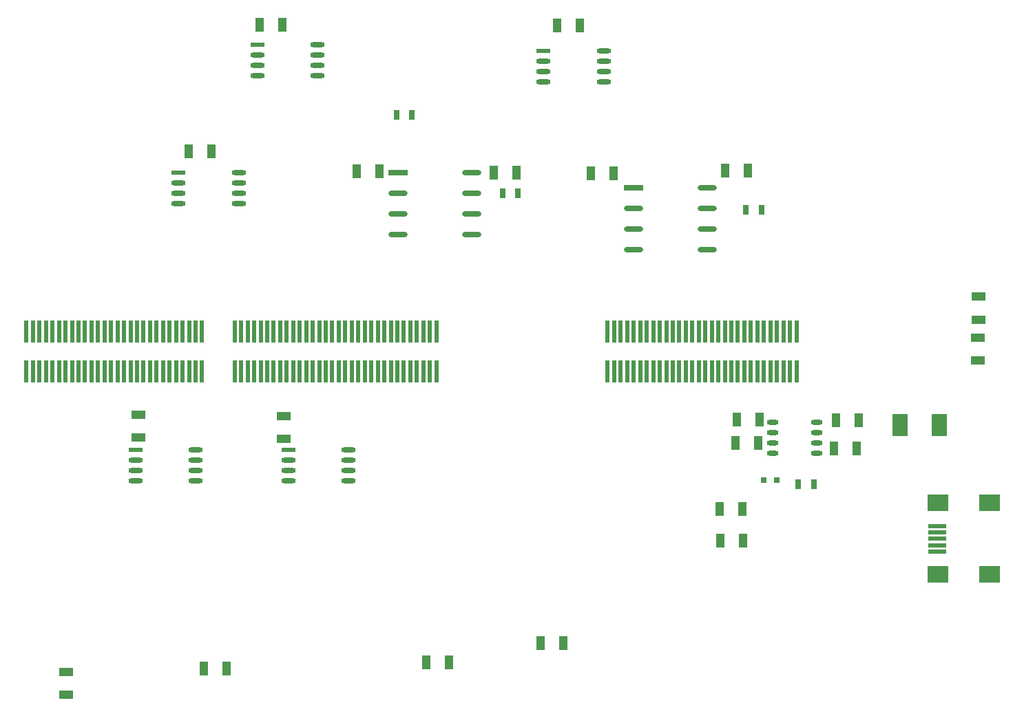
<source format=gtp>
G04*
G04 #@! TF.GenerationSoftware,Altium Limited,Altium Designer,20.1.8 (145)*
G04*
G04 Layer_Color=8421504*
%FSLAX25Y25*%
%MOIN*%
G70*
G04*
G04 #@! TF.SameCoordinates,44B5AA11-E380-4430-9A95-22E2941CD606*
G04*
G04*
G04 #@! TF.FilePolarity,Positive*
G04*
G01*
G75*
%ADD20R,0.07480X0.10984*%
%ADD21R,0.04016X0.07165*%
%ADD22R,0.07165X0.04016*%
%ADD23O,0.07087X0.02362*%
%ADD24R,0.07087X0.02362*%
%ADD25O,0.09252X0.02559*%
%ADD26R,0.09252X0.02559*%
%ADD27R,0.02756X0.05118*%
%ADD28R,0.03150X0.03150*%
%ADD29R,0.09843X0.07874*%
%ADD30R,0.09055X0.01968*%
%ADD31O,0.05709X0.02362*%
%ADD32R,0.01968X0.10724*%
%ADD33R,0.01969X0.10724*%
D20*
X546951Y192500D02*
D03*
X566049D02*
D03*
D21*
X317717Y77559D02*
D03*
X328740D02*
D03*
X221260Y74410D02*
D03*
X210236D02*
D03*
X248031Y386614D02*
D03*
X237008D02*
D03*
X361512Y315000D02*
D03*
X350488D02*
D03*
X284000Y315500D02*
D03*
X295024D02*
D03*
X471260Y136614D02*
D03*
X460236D02*
D03*
X526965Y194811D02*
D03*
X515941D02*
D03*
X525965Y181311D02*
D03*
X514941D02*
D03*
X467441Y183811D02*
D03*
X478465D02*
D03*
X381102Y386221D02*
D03*
X392126D02*
D03*
X462488Y316000D02*
D03*
X473512D02*
D03*
X478965Y195311D02*
D03*
X467941D02*
D03*
X408524Y314500D02*
D03*
X397500D02*
D03*
X459842Y151969D02*
D03*
X470866D02*
D03*
X202756Y325197D02*
D03*
X213779D02*
D03*
X373228Y87008D02*
D03*
X384252D02*
D03*
D22*
X143307Y61811D02*
D03*
Y72835D02*
D03*
X178347Y197638D02*
D03*
Y186614D02*
D03*
X584646Y224016D02*
D03*
Y235039D02*
D03*
X585039Y254724D02*
D03*
Y243701D02*
D03*
X248819Y185827D02*
D03*
Y196850D02*
D03*
D23*
X403634Y359000D02*
D03*
Y364000D02*
D03*
Y369000D02*
D03*
Y374000D02*
D03*
X374500Y359000D02*
D03*
Y364000D02*
D03*
Y369000D02*
D03*
X206134Y165500D02*
D03*
Y170500D02*
D03*
Y175500D02*
D03*
Y180500D02*
D03*
X177000Y165500D02*
D03*
Y170500D02*
D03*
Y175500D02*
D03*
X251000D02*
D03*
Y170500D02*
D03*
Y165500D02*
D03*
X280134Y180500D02*
D03*
Y175500D02*
D03*
Y170500D02*
D03*
Y165500D02*
D03*
X236000Y372000D02*
D03*
Y367000D02*
D03*
Y362000D02*
D03*
X265134Y377000D02*
D03*
Y372000D02*
D03*
Y367000D02*
D03*
Y362000D02*
D03*
X197866Y310000D02*
D03*
Y305000D02*
D03*
Y300000D02*
D03*
X227000Y315000D02*
D03*
Y310000D02*
D03*
Y305000D02*
D03*
Y300000D02*
D03*
D24*
X374500Y374000D02*
D03*
X177000Y180500D02*
D03*
X251000D02*
D03*
X236000Y377000D02*
D03*
X197866Y315000D02*
D03*
D25*
X453827Y277500D02*
D03*
Y287500D02*
D03*
Y297500D02*
D03*
Y307500D02*
D03*
X418000Y277500D02*
D03*
Y287500D02*
D03*
Y297500D02*
D03*
X339827Y285000D02*
D03*
Y295000D02*
D03*
Y305000D02*
D03*
Y315000D02*
D03*
X304000Y285000D02*
D03*
Y295000D02*
D03*
Y305000D02*
D03*
D26*
X418000Y307500D02*
D03*
X304000Y315000D02*
D03*
D27*
X479980Y297000D02*
D03*
X472500D02*
D03*
X362240Y305000D02*
D03*
X354760D02*
D03*
X497835Y163779D02*
D03*
X505315D02*
D03*
X303346Y342913D02*
D03*
X310827D02*
D03*
D28*
X481004Y165748D02*
D03*
X487500D02*
D03*
D29*
X590551Y154724D02*
D03*
X565354D02*
D03*
Y120079D02*
D03*
X590551D02*
D03*
D30*
X564961Y131102D02*
D03*
Y134252D02*
D03*
Y137402D02*
D03*
Y140551D02*
D03*
Y143701D02*
D03*
D31*
X506910Y178811D02*
D03*
Y183811D02*
D03*
Y188811D02*
D03*
Y193811D02*
D03*
X485453Y178811D02*
D03*
Y183811D02*
D03*
Y188811D02*
D03*
Y193811D02*
D03*
D32*
X496929Y237886D02*
D03*
Y218500D02*
D03*
X493780Y237886D02*
D03*
Y218500D02*
D03*
X490630Y237886D02*
D03*
Y218500D02*
D03*
X487480Y237886D02*
D03*
Y218500D02*
D03*
X484331Y237886D02*
D03*
Y218500D02*
D03*
X481181Y237886D02*
D03*
Y218500D02*
D03*
X478031Y237886D02*
D03*
Y218500D02*
D03*
X474882Y237886D02*
D03*
Y218500D02*
D03*
X471732Y237886D02*
D03*
Y218500D02*
D03*
X468583Y237886D02*
D03*
Y218500D02*
D03*
X465433D02*
D03*
X462284Y237886D02*
D03*
Y218500D02*
D03*
X459134Y237886D02*
D03*
Y218500D02*
D03*
X455984Y237886D02*
D03*
Y218500D02*
D03*
X452835Y237886D02*
D03*
Y218500D02*
D03*
X449685Y237886D02*
D03*
Y218500D02*
D03*
X446535Y237886D02*
D03*
Y218500D02*
D03*
X443386Y237886D02*
D03*
Y218500D02*
D03*
X440236Y237886D02*
D03*
Y218500D02*
D03*
X437087Y237886D02*
D03*
Y218500D02*
D03*
X433937Y237886D02*
D03*
Y218500D02*
D03*
X430787Y237886D02*
D03*
Y218500D02*
D03*
X427638Y237886D02*
D03*
Y218500D02*
D03*
X424488Y237886D02*
D03*
Y218500D02*
D03*
X421339Y237886D02*
D03*
Y218500D02*
D03*
X418189Y237886D02*
D03*
Y218500D02*
D03*
X415039Y237886D02*
D03*
Y218500D02*
D03*
X411890Y237886D02*
D03*
Y218500D02*
D03*
X408740Y237886D02*
D03*
Y218500D02*
D03*
X405590Y237886D02*
D03*
X405590Y218500D02*
D03*
X322646Y237886D02*
D03*
Y218500D02*
D03*
X319496Y237886D02*
D03*
Y218500D02*
D03*
X316347Y237886D02*
D03*
Y218500D02*
D03*
X313197Y237886D02*
D03*
Y218500D02*
D03*
X310047Y237886D02*
D03*
Y218500D02*
D03*
X306898Y237886D02*
D03*
Y218500D02*
D03*
X303748Y237886D02*
D03*
Y218500D02*
D03*
X300598Y237886D02*
D03*
Y218500D02*
D03*
X297449Y237886D02*
D03*
Y218500D02*
D03*
X294299Y237886D02*
D03*
Y218500D02*
D03*
X291150Y237886D02*
D03*
Y218500D02*
D03*
X288000Y237886D02*
D03*
Y218500D02*
D03*
X284850Y237886D02*
D03*
Y218500D02*
D03*
X281701Y237886D02*
D03*
Y218500D02*
D03*
X278551Y237886D02*
D03*
Y218500D02*
D03*
X275402Y237886D02*
D03*
Y218500D02*
D03*
X272252Y237886D02*
D03*
Y218500D02*
D03*
X269102Y237886D02*
D03*
Y218500D02*
D03*
X265953Y237886D02*
D03*
X262803D02*
D03*
Y218500D02*
D03*
X259653Y237886D02*
D03*
Y218500D02*
D03*
X256504Y237886D02*
D03*
Y218500D02*
D03*
X253354Y237886D02*
D03*
Y218500D02*
D03*
X250205Y237886D02*
D03*
X247055D02*
D03*
Y218500D02*
D03*
X243905Y237886D02*
D03*
Y218500D02*
D03*
X240756Y237886D02*
D03*
Y218500D02*
D03*
X237606Y237886D02*
D03*
Y218500D02*
D03*
X234457Y237886D02*
D03*
Y218500D02*
D03*
X231307Y237886D02*
D03*
Y218500D02*
D03*
X228157Y237886D02*
D03*
Y218500D02*
D03*
X225008Y237886D02*
D03*
Y218500D02*
D03*
X209260Y237886D02*
D03*
Y218500D02*
D03*
X206110Y237886D02*
D03*
Y218500D02*
D03*
X202961Y237886D02*
D03*
Y218500D02*
D03*
X199811Y237886D02*
D03*
Y218500D02*
D03*
X196661Y237886D02*
D03*
Y218500D02*
D03*
X193512Y237886D02*
D03*
Y218500D02*
D03*
X190362Y237886D02*
D03*
Y218500D02*
D03*
X187213Y237886D02*
D03*
Y218500D02*
D03*
X184063Y237886D02*
D03*
Y218500D02*
D03*
X180913Y237886D02*
D03*
Y218500D02*
D03*
X177764Y237886D02*
D03*
Y218500D02*
D03*
X174614Y237886D02*
D03*
Y218500D02*
D03*
X171465Y237886D02*
D03*
Y218500D02*
D03*
X168315Y237886D02*
D03*
Y218500D02*
D03*
X165165Y237886D02*
D03*
Y218500D02*
D03*
X162016Y237886D02*
D03*
Y218500D02*
D03*
X158866Y237886D02*
D03*
Y218500D02*
D03*
X155717Y237886D02*
D03*
Y218500D02*
D03*
X152567Y237886D02*
D03*
Y218500D02*
D03*
X149417Y237886D02*
D03*
Y218500D02*
D03*
X146268Y237886D02*
D03*
Y218500D02*
D03*
X143118Y237886D02*
D03*
Y218500D02*
D03*
X139969Y237886D02*
D03*
X139969Y218500D02*
D03*
X136819Y237886D02*
D03*
Y218500D02*
D03*
X133669Y237886D02*
D03*
X133669Y218500D02*
D03*
X130520Y237886D02*
D03*
Y218500D02*
D03*
X127370Y237886D02*
D03*
Y218500D02*
D03*
X124221Y237886D02*
D03*
Y218500D02*
D03*
D33*
X465433Y237886D02*
D03*
X265953Y218500D02*
D03*
X250205D02*
D03*
M02*

</source>
